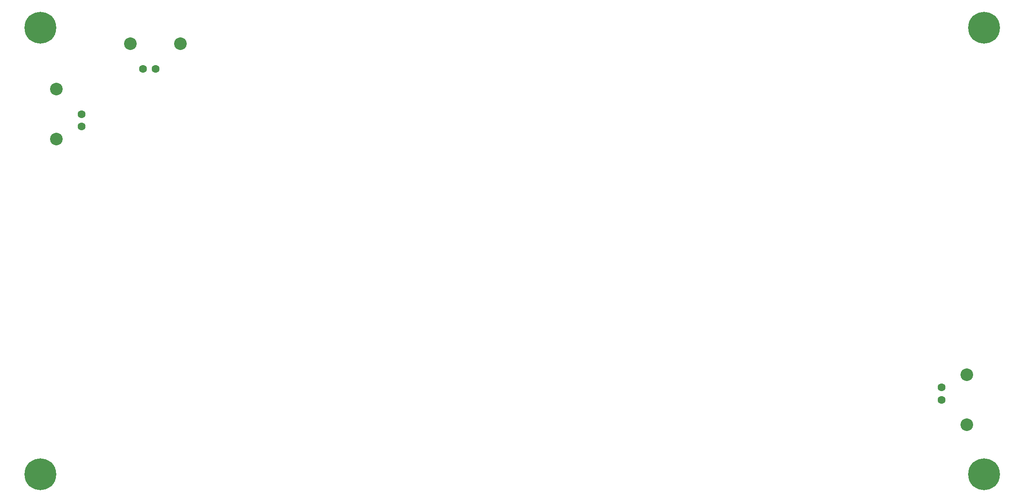
<source format=gbr>
%TF.GenerationSoftware,KiCad,Pcbnew,9.0.3*%
%TF.CreationDate,2025-08-22T13:10:08-04:00*%
%TF.ProjectId,PCB Transmission Line,50434220-5472-4616-9e73-6d697373696f,1*%
%TF.SameCoordinates,Original*%
%TF.FileFunction,Soldermask,Bot*%
%TF.FilePolarity,Negative*%
%FSLAX46Y46*%
G04 Gerber Fmt 4.6, Leading zero omitted, Abs format (unit mm)*
G04 Created by KiCad (PCBNEW 9.0.3) date 2025-08-22 13:10:08*
%MOMM*%
%LPD*%
G01*
G04 APERTURE LIST*
%ADD10C,6.400000*%
%ADD11C,2.540000*%
%ADD12C,1.600000*%
G04 APERTURE END LIST*
D10*
%TO.C,H2*%
X55000000Y-55000000D03*
%TD*%
D11*
%TO.C,J2*%
X73150000Y-58250000D03*
X83250000Y-58250000D03*
D12*
X78200000Y-63300000D03*
X75700000Y-63300000D03*
%TD*%
D10*
%TO.C,H1*%
X55000000Y-145000000D03*
%TD*%
%TO.C,H4*%
X245000000Y-145000000D03*
%TD*%
%TO.C,H3*%
X245000000Y-55000000D03*
%TD*%
D11*
%TO.C,J3*%
X241500000Y-124950000D03*
X241500000Y-135050000D03*
D12*
X236450000Y-130000000D03*
X236450000Y-127500000D03*
%TD*%
D11*
%TO.C,J1*%
X58250000Y-77500000D03*
X58250000Y-67400000D03*
D12*
X63300000Y-72450000D03*
X63300000Y-74950000D03*
%TD*%
M02*

</source>
